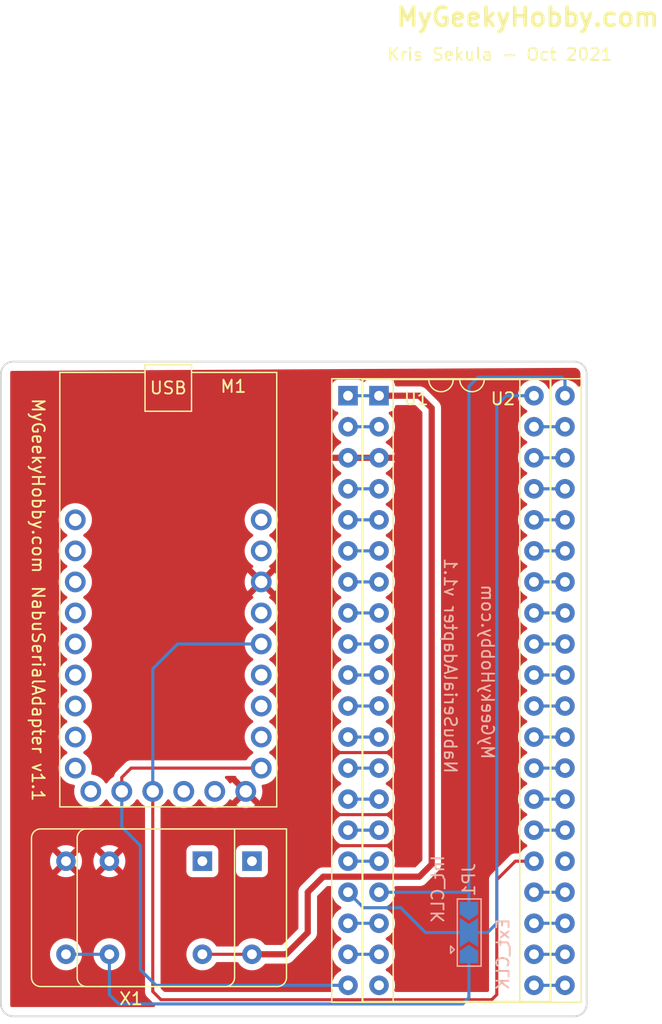
<source format=kicad_pcb>
(kicad_pcb (version 20211014) (generator pcbnew)
  (layers (0 "F.Cu" signal) (31 "B.Cu" signal) (34 "B.Paste" user) (35 "F.Paste" user) (36 "B.SilkS" user "B.Silkscreen") (37 "F.SilkS" user "F.Silkscreen") (38 "B.Mask" user) (39 "F.Mask" user) (44 "Edge.Cuts" user))
  (net 0 "")
  (net 1 "GND")
  (net 2 "/VCC")
  (net 21 "/2")
  (net 22 "/4")
  (net 23 "/5")
  (net 24 "/6")
  (net 25 "/7")
  (net 26 "/8")
  (net 27 "/9")
  (net 28 "/10")
  (net 29 "/11")
  (net 30 "/12")
  (net 31 "/13")
  (net 32 "/14")
  (net 33 "/15")
  (net 34 "/16")
  (net 35 "/EXT_CLK")
  (net 36 "/18")
  (net 37 "/19")
  (net 38 "/21")
  (net 39 "/22")
  (net 40 "/23")
  (net 41 "/24")
  (net 42 "/26")
  (net 43 "/27")
  (net 44 "/28")
  (net 45 "/29")
  (net 46 "/30")
  (net 47 "/31")
  (net 48 "/32")
  (net 51 "/33")
  (net 52 "/RXD")
  (net 53 "/TXD")
  (net 54 "/34")
  (net 55 "/35")
  (net 56 "/36")
  (net 57 "/37")
  (net 58 "/38")
  (net 59 "/39")
  (net 60 "/CLK")
  (net 61 "/INT_CLK")
  (footprint "mgh-footprint-lib:FTDI232_Full" (layer "F.Cu") (at 122.936 70.866)
    (fp_text reference "M1" (at 12.954 -10.922) (layer "F.SilkS"))
    (fp_text value "FTDI232")
    (fp_text user "USB" (at 7.62 -10.795) (layer "F.SilkS"))
    (fp_line (start 9.525 -12.065) (end 16.51 -12.065) (layer "F.SilkS") (width 0.12))
    (fp_line (start 5.715 -8.89) (end 5.715 -12.7) (layer "F.SilkS") (width 0.12))
    (fp_line (start 5.715 -12.7) (end 9.525 -12.7) (layer "F.SilkS") (width 0.12))
    (fp_line (start 9.525 -8.89) (end 7.62 -8.89) (layer "F.SilkS") (width 0.12))
    (fp_line (start 7.62 -8.89) (end 5.715 -8.89) (layer "F.SilkS") (width 0.12))
    (fp_line (start -1.27 23.495) (end -1.27 -12.065) (layer "F.SilkS") (width 0.12))
    (fp_line (start -1.27 -12.065) (end 5.715 -12.065) (layer "F.SilkS") (width 0.12))
    (fp_line (start -1.27 23.495) (end 16.51 23.495) (layer "F.SilkS") (width 0.12))
    (fp_line (start 16.51 23.495) (end 16.51 -12.065) (layer "F.SilkS") (width 0.12))
    (fp_line (start 9.525 -12.7) (end 9.525 -8.89) (layer "F.SilkS") (width 0.12))
    (pad "1" thru_hole circle locked (at 0 0) (size 1.7018 1.7018) (drill 1.016) (layers *.Cu *.Mask))
    (pad "2" thru_hole circle locked (at 0 2.54) (size 1.7018 1.7018) (drill 1.016) (layers *.Cu *.Mask))
    (pad "3" thru_hole circle locked (at 0 5.08) (size 1.7018 1.7018) (drill 1.016) (layers *.Cu *.Mask))
    (pad "4" thru_hole circle locked (at 0 7.62) (size 1.7018 1.7018) (drill 1.016) (layers *.Cu *.Mask))
    (pad "5" thru_hole circle locked (at 0 10.16) (size 1.7018 1.7018) (drill 1.016) (layers *.Cu *.Mask))
    (pad "6" thru_hole circle locked (at 0 12.7) (size 1.7018 1.7018) (drill 1.016) (layers *.Cu *.Mask))
    (pad "7" thru_hole circle locked (at 0 15.24) (size 1.7018 1.7018) (drill 1.016) (layers *.Cu *.Mask))
    (pad "8" thru_hole circle locked (at 0 17.78) (size 1.7018 1.7018) (drill 1.016) (layers *.Cu *.Mask))
    (pad "9" thru_hole circle locked (at 0 20.32) (size 1.7018 1.7018) (drill 1.016) (layers *.Cu *.Mask))
    (pad "10" thru_hole circle locked (at 1.27 22.225) (size 1.7018 1.7018) (drill 1.016) (layers *.Cu *.Mask))
    (pad "11" thru_hole circle locked (at 3.81 22.225) (size 1.7018 1.7018) (drill 1.016) (layers *.Cu *.Mask) (net 53 "/TXD"))
    (pad "12" thru_hole circle locked (at 6.35 22.225) (size 1.7018 1.7018) (drill 1.016) (layers *.Cu *.Mask) (net 52 "/RXD"))
    (pad "13" thru_hole circle locked (at 8.89 22.225) (size 1.7018 1.7018) (drill 1.016) (layers *.Cu *.Mask))
    (pad "14" thru_hole circle locked (at 11.43 22.225) (size 1.7018 1.7018) (drill 1.016) (layers *.Cu *.Mask))
    (pad "15" thru_hole circle locked (at 13.97 22.225) (size 1.7018 1.7018) (drill 1.016) (layers *.Cu *.Mask) (net 1 "GND"))
    (pad "16" thru_hole circle locked (at 15.24 20.32) (size 1.7018 1.7018) (drill 1.016) (layers *.Cu *.Mask) (net 53 "/TXD"))
    (pad "17" thru_hole circle locked (at 15.24 17.78) (size 1.7018 1.7018) (drill 1.016) (layers *.Cu *.Mask))
    (pad "18" thru_hole circle locked (at 15.24 15.24) (size 1.7018 1.7018) (drill 1.016) (layers *.Cu *.Mask))
    (pad "19" thru_hole circle locked (at 15.24 12.7) (size 1.7018 1.7018) (drill 1.016) (layers *.Cu *.Mask))
    (pad "20" thru_hole circle locked (at 15.24 10.16) (size 1.7018 1.7018) (drill 1.016) (layers *.Cu *.Mask) (net 52 "/RXD"))
    (pad "21" thru_hole circle locked (at 15.24 7.62) (size 1.7018 1.7018) (drill 1.016) (layers *.Cu *.Mask))
    (pad "22" thru_hole circle locked (at 15.24 5.08) (size 1.7018 1.7018) (drill 1.016) (layers *.Cu *.Mask) (net 1 "GND"))
    (pad "23" thru_hole circle locked (at 15.24 2.54) (size 1.7018 1.7018) (drill 1.016) (layers *.Cu *.Mask))
    (pad "24" thru_hole circle locked (at 15.24 0) (size 1.7018 1.7018) (drill 1.016) (layers *.Cu *.Mask))
  )
  (footprint "Package_DIP:DIP-40_W15.24mm_Socket" (layer "F.Cu") (at 147.828 60.706)
    (fp_text reference "U2" (at 10.16 0.254) (layer "F.SilkS"))
    (fp_text value "TR1863P_Nabu")
    (fp_line (start 14.08 49.59) (end 14.08 -1.33) (layer "F.SilkS") (width 0.12))
    (fp_line (start -1.33 -1.39) (end -1.33 49.65) (layer "F.SilkS") (width 0.12))
    (fp_line (start 16.57 -1.39) (end -1.33 -1.39) (layer "F.SilkS") (width 0.12))
    (fp_line (start 1.16 -1.33) (end 1.16 49.59) (layer "F.SilkS") (width 0.12))
    (fp_line (start 6.62 -1.33) (end 1.16 -1.33) (layer "F.SilkS") (width 0.12))
    (fp_line (start -1.33 49.65) (end 16.57 49.65) (layer "F.SilkS") (width 0.12))
    (fp_line (start 1.16 49.59) (end 14.08 49.59) (layer "F.SilkS") (width 0.12))
    (fp_line (start 14.08 -1.33) (end 8.62 -1.33) (layer "F.SilkS") (width 0.12))
    (fp_line (start 16.57 49.65) (end 16.57 -1.39) (layer "F.SilkS") (width 0.12))
    (fp_arc (start 8.62 -1.33) (mid 7.62 -0.33) (end 6.62 -1.33) (layer "F.SilkS") (width 0.12))
    (pad "1" thru_hole rect (at 0 0) (size 1.6 1.6) (drill 0.8) (layers *.Cu *.Mask) (net 2 "/VCC"))
    (pad "2" thru_hole oval (at 0 2.54) (size 1.6 1.6) (drill 0.8) (layers *.Cu *.Mask) (net 21 "/2"))
    (pad "3" thru_hole oval (at 0 5.08) (size 1.6 1.6) (drill 0.8) (layers *.Cu *.Mask) (net 1 "GND"))
    (pad "4" thru_hole oval (at 0 7.62) (size 1.6 1.6) (drill 0.8) (layers *.Cu *.Mask) (net 22 "/4"))
    (pad "5" thru_hole oval (at 0 10.16) (size 1.6 1.6) (drill 0.8) (layers *.Cu *.Mask) (net 23 "/5"))
    (pad "6" thru_hole oval (at 0 12.7) (size 1.6 1.6) (drill 0.8) (layers *.Cu *.Mask) (net 24 "/6"))
    (pad "7" thru_hole oval (at 0 15.24) (size 1.6 1.6) (drill 0.8) (layers *.Cu *.Mask) (net 25 "/7"))
    (pad "8" thru_hole oval (at 0 17.78) (size 1.6 1.6) (drill 0.8) (layers *.Cu *.Mask) (net 26 "/8"))
    (pad "9" thru_hole oval (at 0 20.32) (size 1.6 1.6) (drill 0.8) (layers *.Cu *.Mask) (net 27 "/9"))
    (pad "10" thru_hole oval (at 0 22.86) (size 1.6 1.6) (drill 0.8) (layers *.Cu *.Mask) (net 28 "/10"))
    (pad "11" thru_hole oval (at 0 25.4) (size 1.6 1.6) (drill 0.8) (layers *.Cu *.Mask) (net 29 "/11"))
    (pad "12" thru_hole oval (at 0 27.94) (size 1.6 1.6) (drill 0.8) (layers *.Cu *.Mask) (net 30 "/12"))
    (pad "13" thru_hole oval (at 0 30.48) (size 1.6 1.6) (drill 0.8) (layers *.Cu *.Mask) (net 31 "/13"))
    (pad "14" thru_hole oval (at 0 33.02) (size 1.6 1.6) (drill 0.8) (layers *.Cu *.Mask) (net 32 "/14"))
    (pad "15" thru_hole oval (at 0 35.56) (size 1.6 1.6) (drill 0.8) (layers *.Cu *.Mask) (net 33 "/15"))
    (pad "16" thru_hole oval (at 0 38.1) (size 1.6 1.6) (drill 0.8) (layers *.Cu *.Mask) (net 34 "/16"))
    (pad "17" thru_hole oval (at 0 40.64) (size 1.6 1.6) (drill 0.8) (layers *.Cu *.Mask) (net 61 "/INT_CLK"))
    (pad "18" thru_hole oval (at 0 43.18) (size 1.6 1.6) (drill 0.8) (layers *.Cu *.Mask) (net 36 "/18"))
    (pad "19" thru_hole oval (at 0 45.72) (size 1.6 1.6) (drill 0.8) (layers *.Cu *.Mask) (net 37 "/19"))
    (pad "20" thru_hole oval (at 0 48.26) (size 1.6 1.6) (drill 0.8) (layers *.Cu *.Mask))
    (pad "21" thru_hole oval (at 15.24 48.26) (size 1.6 1.6) (drill 0.8) (layers *.Cu *.Mask) (net 38 "/21"))
    (pad "22" thru_hole oval (at 15.24 45.72) (size 1.6 1.6) (drill 0.8) (layers *.Cu *.Mask) (net 39 "/22"))
    (pad "23" thru_hole oval (at 15.24 43.18) (size 1.6 1.6) (drill 0.8) (layers *.Cu *.Mask) (net 40 "/23"))
    (pad "24" thru_hole oval (at 15.24 40.64) (size 1.6 1.6) (drill 0.8) (layers *.Cu *.Mask) (net 41 "/24"))
    (pad "25" thru_hole oval (at 15.24 38.1) (size 1.6 1.6) (drill 0.8) (layers *.Cu *.Mask))
    (pad "26" thru_hole oval (at 15.24 35.56) (size 1.6 1.6) (drill 0.8) (layers *.Cu *.Mask) (net 42 "/26"))
    (pad "27" thru_hole oval (at 15.24 33.02) (size 1.6 1.6) (drill 0.8) (layers *.Cu *.Mask) (net 43 "/27"))
    (pad "28" thru_hole oval (at 15.24 30.48) (size 1.6 1.6) (drill 0.8) (layers *.Cu *.Mask) (net 44 "/28"))
    (pad "29" thru_hole oval (at 15.24 27.94) (size 1.6 1.6) (drill 0.8) (layers *.Cu *.Mask) (net 45 "/29"))
    (pad "30" thru_hole oval (at 15.24 25.4) (size 1.6 1.6) (drill 0.8) (layers *.Cu *.Mask) (net 46 "/30"))
    (pad "31" thru_hole oval (at 15.24 22.86) (size 1.6 1.6) (drill 0.8) (layers *.Cu *.Mask) (net 47 "/31"))
    (pad "32" thru_hole oval (at 15.24 20.32) (size 1.6 1.6) (drill 0.8) (layers *.Cu *.Mask) (net 48 "/32"))
    (pad "33" thru_hole oval (at 15.24 17.78) (size 1.6 1.6) (drill 0.8) (layers *.Cu *.Mask) (net 51 "/33"))
    (pad "34" thru_hole oval (at 15.24 15.24) (size 1.6 1.6) (drill 0.8) (layers *.Cu *.Mask) (net 54 "/34"))
    (pad "35" thru_hole oval (at 15.24 12.7) (size 1.6 1.6) (drill 0.8) (layers *.Cu *.Mask) (net 55 "/35"))
    (pad "36" thru_hole oval (at 15.24 10.16) (size 1.6 1.6) (drill 0.8) (layers *.Cu *.Mask) (net 56 "/36"))
    (pad "37" thru_hole oval (at 15.24 7.62) (size 1.6 1.6) (drill 0.8) (layers *.Cu *.Mask) (net 57 "/37"))
    (pad "38" thru_hole oval (at 15.24 5.08) (size 1.6 1.6) (drill 0.8) (layers *.Cu *.Mask) (net 58 "/38"))
    (pad "39" thru_hole oval (at 15.24 2.54) (size 1.6 1.6) (drill 0.8) (layers *.Cu *.Mask) (net 59 "/39"))
    (pad "40" thru_hole oval (at 15.24 0) (size 1.6 1.6) (drill 0.8) (layers *.Cu *.Mask) (net 61 "/INT_CLK"))
  )
  (footprint "Oscillator:Oscillator_DIP-14" (layer "F.Cu") (at 137.414 98.806 180)
    (fp_text reference "X2" hide)
    (fp_text value "1.8432MHz")
    (fp_line (start 17.32 -10.26) (end -2.08 -10.26) (layer "F.SilkS") (width 0.12))
    (fp_line (start -2.83 -9.51) (end -2.83 2.64) (layer "F.SilkS") (width 0.12))
    (fp_line (start -2.83 2.64) (end 17.32 2.64) (layer "F.SilkS") (width 0.12))
    (fp_line (start 18.07 1.89) (end 18.07 -9.51) (layer "F.SilkS") (width 0.12))
    (fp_arc (start 18.07 1.89) (mid 17.85033 2.42033) (end 17.32 2.64) (layer "F.SilkS") (width 0.12))
    (fp_arc (start 17.32 -10.26) (mid 17.85033 -10.04033) (end 18.07 -9.51) (layer "F.SilkS") (width 0.12))
    (fp_arc (start -2.83 -9.51) (mid -2.61033 -10.04033) (end -2.08 -10.26) (layer "F.SilkS") (width 0.12))
    (pad "1" thru_hole rect (at 0 0 180) (size 1.6 1.6) (drill 0.8) (layers *.Cu *.Mask))
    (pad "7" thru_hole circle (at 15.24 0 180) (size 1.6 1.6) (drill 0.8) (layers *.Cu *.Mask) (net 1 "GND"))
    (pad "8" thru_hole circle (at 15.24 -7.62 180) (size 1.6 1.6) (drill 0.8) (layers *.Cu *.Mask) (net 35 "/EXT_CLK"))
    (pad "14" thru_hole circle (at 0 -7.62 180) (size 1.6 1.6) (drill 0.8) (layers *.Cu *.Mask) (net 2 "/VCC"))
  )
  (footprint "Oscillator:Oscillator_DIP-8" (layer "F.Cu") (at 133.35 98.806 180)
    (fp_text reference "X1" (at 5.842 -11.26) (layer "F.SilkS"))
    (fp_text value "1.8432MHz")
    (fp_line (start 9.51 -10.26) (end -1.89 -10.26) (layer "F.SilkS") (width 0.12))
    (fp_line (start 10.26 1.89) (end 10.26 -9.51) (layer "F.SilkS") (width 0.12))
    (fp_line (start -2.64 -9.51) (end -2.64 2.64) (layer "F.SilkS") (width 0.12))
    (fp_line (start -2.64 2.64) (end 9.51 2.64) (layer "F.SilkS") (width 0.12))
    (fp_arc (start -2.64 -9.51) (mid -2.42033 -10.04033) (end -1.89 -10.26) (layer "F.SilkS") (width 0.12))
    (fp_arc (start 10.26 1.89) (mid 10.04033 2.42033) (end 9.51 2.64) (layer "F.SilkS") (width 0.12))
    (fp_arc (start 9.51 -10.26) (mid 10.04033 -10.04033) (end 10.26 -9.51) (layer "F.SilkS") (width 0.12))
    (pad "1" thru_hole rect (at 0 0 180) (size 1.6 1.6) (drill 0.8) (layers *.Cu *.Mask))
    (pad "4" thru_hole circle (at 7.62 0 180) (size 1.6 1.6) (drill 0.8) (layers *.Cu *.Mask) (net 1 "GND"))
    (pad "5" thru_hole circle (at 7.62 -7.62 180) (size 1.6 1.6) (drill 0.8) (layers *.Cu *.Mask) (net 35 "/EXT_CLK"))
    (pad "8" thru_hole circle (at 0 -7.62 180) (size 1.6 1.6) (drill 0.8) (layers *.Cu *.Mask) (net 2 "/VCC"))
  )
  (footprint "Package_DIP:DIP-40_W15.24mm_Socket" (layer "F.Cu") (at 145.288 60.706)
    (fp_text reference "U1" (at 5.588 0.254) (layer "F.SilkS"))
    (fp_text value "TR1863P_Chip")
    (fp_line (start 14.08 49.59) (end 14.08 -1.33) (layer "F.SilkS") (width 0.12))
    (fp_line (start 1.16 49.59) (end 14.08 49.59) (layer "F.SilkS") (width 0.12))
    (fp_line (start -1.33 -1.39) (end -1.33 49.65) (layer "F.SilkS") (width 0.12))
    (fp_line (start 16.57 49.65) (end 16.57 -1.39) (layer "F.SilkS") (width 0.12))
    (fp_line (start 16.57 -1.39) (end -1.33 -1.39) (layer "F.SilkS") (width 0.12))
    (fp_line (start 1.16 -1.33) (end 1.16 49.59) (layer "F.SilkS") (width 0.12))
    (fp_line (start 14.08 -1.33) (end 8.62 -1.33) (layer "F.SilkS") (width 0.12))
    (fp_line (start -1.33 49.65) (end 16.57 49.65) (layer "F.SilkS") (width 0.12))
    (fp_line (start 6.62 -1.33) (end 1.16 -1.33) (layer "F.SilkS") (width 0.12))
    (fp_arc (start 8.62 -1.33) (mid 7.62 -0.33) (end 6.62 -1.33) (layer "F.SilkS") (width 0.12))
    (pad "1" thru_hole rect (at 0 0) (size 1.6 1.6) (drill 0.8) (layers *.Cu *.Mask) (net 2 "/VCC"))
    (pad "2" thru_hole oval (at 0 2.54) (size 1.6 1.6) (drill 0.8) (layers *.Cu *.Mask) (net 21 "/2"))
    (pad "3" thru_hole oval (at 0 5.08) (size 1.6 1.6) (drill 0.8) (layers *.Cu *.Mask) (net 1 "GND"))
    (pad "4" thru_hole oval (at 0 7.62) (size 1.6 1.6) (drill 0.8) (layers *.Cu *.Mask) (net 22 "/4"))
    (pad "5" thru_hole oval (at 0 10.16) (size 1.6 1.6) (drill 0.8) (layers *.Cu *.Mask) (net 23 "/5"))
    (pad "6" thru_hole oval (at 0 12.7) (size 1.6 1.6) (drill 0.8) (layers *.Cu *.Mask) (net 24 "/6"))
    (pad "7" thru_hole oval (at 0 15.24) (size 1.6 1.6) (drill 0.8) (layers *.Cu *.Mask) (net 25 "/7"))
    (pad "8" thru_hole oval (at 0 17.78) (size 1.6 1.6) (drill 0.8) (layers *.Cu *.Mask) (net 26 "/8"))
    (pad "9" thru_hole oval (at 0 20.32) (size 1.6 1.6) (drill 0.8) (layers *.Cu *.Mask) (net 27 "/9"))
    (pad "10" thru_hole oval (at 0 22.86) (size 1.6 1.6) (drill 0.8) (layers *.Cu *.Mask) (net 28 "/10"))
    (pad "11" thru_hole oval (at 0 25.4) (size 1.6 1.6) (drill 0.8) (layers *.Cu *.Mask) (net 29 "/11"))
    (pad "12" thru_hole oval (at 0 27.94) (size 1.6 1.6) (drill 0.8) (layers *.Cu *.Mask) (net 30 "/12"))
    (pad "13" thru_hole oval (at 0 30.48) (size 1.6 1.6) (drill 0.8) (layers *.Cu *.Mask) (net 31 "/13"))
    (pad "14" thru_hole oval (at 0 33.02) (size 1.6 1.6) (drill 0.8) (layers *.Cu *.Mask) (net 32 "/14"))
    (pad "15" thru_hole oval (at 0 35.56) (size 1.6 1.6) (drill 0.8) (layers *.Cu *.Mask) (net 33 "/15"))
    (pad "16" thru_hole oval (at 0 38.1) (size 1.6 1.6) (drill 0.8) (layers *.Cu *.Mask) (net 34 "/16"))
    (pad "17" thru_hole oval (at 0 40.64) (size 1.6 1.6) (drill 0.8) (layers *.Cu *.Mask) (net 60 "/CLK"))
    (pad "18" thru_hole oval (at 0 43.18) (size 1.6 1.6) (drill 0.8) (layers *.Cu *.Mask) (net 36 "/18"))
    (pad "19" thru_hole oval (at 0 45.72) (size 1.6 1.6) (drill 0.8) (layers *.Cu *.Mask) (net 37 "/19"))
    (pad "20" thru_hole oval (at 0 48.26) (size 1.6 1.6) (drill 0.8) (layers *.Cu *.Mask) (net 53 "/TXD"))
    (pad "21" thru_hole oval (at 15.24 48.26) (size 1.6 1.6) (drill 0.8) (layers *.Cu *.Mask) (net 38 "/21"))
    (pad "22" thru_hole oval (at 15.24 45.72) (size 1.6 1.6) (drill 0.8) (layers *.Cu *.Mask) (net 39 "/22"))
    (pad "23" thru_hole oval (at 15.24 43.18) (size 1.6 1.6) (drill 0.8) (layers *.Cu *.Mask) (net 40 "/23"))
    (pad "24" thru_hole oval (at 15.24 40.64) (size 1.6 1.6) (drill 0.8) (layers *.Cu *.Mask) (net 41 "/24"))
    (pad "25" thru_hole oval (at 15.24 38.1) (size 1.6 1.6) (drill 0.8) (layers *.Cu *.Mask) (net 52 "/RXD"))
    (pad "26" thru_hole oval (at 15.24 35.56) (size 1.6 1.6) (drill 0.8) (layers *.Cu *.Mask) (net 42 "/26"))
    (pad "27" thru_hole oval (at 15.24 33.02) (size 1.6 1.6) (drill 0.8) (layers *.Cu *.Mask) (net 43 "/27"))
    (pad "28" thru_hole oval (at 15.24 30.48) (size 1.6 1.6) (drill 0.8) (layers *.Cu *.Mask) (net 44 "/28"))
    (pad "29" thru_hole oval (at 15.24 27.94) (size 1.6 1.6) (drill 0.8) (layers *.Cu *.Mask) (net 45 "/29"))
    (pad "30" thru_hole oval (at 15.24 25.4) (size 1.6 1.6) (drill 0.8) (layers *.Cu *.Mask) (net 46 "/30"))
    (pad "31" thru_hole oval (at 15.24 22.86) (size 1.6 1.6) (drill 0.8) (layers *.Cu *.Mask) (net 47 "/31"))
    (pad "32" thru_hole oval (at 15.24 20.32) (size 1.6 1.6) (drill 0.8) (layers *.Cu *.Mask) (net 48 "/32"))
    (pad "33" thru_hole oval (at 15.24 17.78) (size 1.6 1.6) (drill 0.8) (layers *.Cu *.Mask) (net 51 "/33"))
    (pad "34" thru_hole oval (at 15.24 15.24) (size 1.6 1.6) (drill 0.8) (layers *.Cu *.Mask) (net 54 "/34"))
    (pad "35" thru_hole oval (at 15.24 12.7) (size 1.6 1.6) (drill 0.8) (layers *.Cu *.Mask) (net 55 "/35"))
    (pad "36" thru_hole oval (at 15.24 10.16) (size 1.6 1.6) (drill 0.8) (layers *.Cu *.Mask) (net 56 "/36"))
    (pad "37" thru_hole oval (at 15.24 7.62) (size 1.6 1.6) (drill 0.8) (layers *.Cu *.Mask) (net 57 "/37"))
    (pad "38" thru_hole oval (at 15.24 5.08) (size 1.6 1.6) (drill 0.8) (layers *.Cu *.Mask) (net 58 "/38"))
    (pad "39" thru_hole oval (at 15.24 2.54) (size 1.6 1.6) (drill 0.8) (layers *.Cu *.Mask) (net 59 "/39"))
    (pad "40" thru_hole oval (at 15.24 0) (size 1.6 1.6) (drill 0.8) (layers *.Cu *.Mask) (net 60 "/CLK"))
  )
  (footprint "Jumper:SolderJumper-3_P2.0mm_Open_TrianglePad1.0x1.5mm" (layer "B.Cu") (at 155.194 104.648 90)
    (fp_text reference "JP1" (at 4.318 0 90) (layer "B.SilkS") (effects (justify mirror)))
    (fp_text value "CLK Selector")
    (fp_line (start -2.75 1) (end 2.75 1) (layer "B.SilkS") (width 0.12))
    (fp_line (start -1.1 -1.5) (end -1.4 -1.2) (layer "B.SilkS") (width 0.12))
    (fp_line (start 2.75 1) (end 2.75 -0.95) (layer "B.SilkS") (width 0.12))
    (fp_line (start -1.7 -1.5) (end -1.1 -1.5) (layer "B.SilkS") (width 0.12))
    (fp_line (start -2.75 -0.95) (end -2.75 1) (layer "B.SilkS") (width 0.12))
    (fp_line (start -1.4 -1.2) (end -1.7 -1.5) (layer "B.SilkS") (width 0.12))
    (fp_line (start 2.75 -0.95) (end -2.75 -0.95) (layer "B.SilkS") (width 0.12))
    (pad "1" smd custom (at -2 0 90) (size 0.3 0.3) (layers "B.Cu" "B.Mask") (net 35 "/EXT_CLK") (options (clearance outline) (anchor rect)) (primitives (gr_poly (pts (xy 1 0) (xy 0.5 -0.75) (xy -0.5 -0.75) (xy -0.5 0.75) (xy 0.5 0.75)) (width 0) (fill yes))))
    (pad "2" smd custom (at 0 0 90) (size 0.3 0.3) (layers "B.Cu") (net 60 "/CLK") (options (clearance outline) (anchor rect)) (primitives (gr_poly (pts (xy 0.7 0) (xy 1.2 -0.75) (xy -1.2 -0.75) (xy -0.7 0) (xy -1.2 0.75) (xy 1.2 0.75)) (width 0) (fill yes))))
    (pad "3" smd custom (at 2 0 270) (size 0.3 0.3) (layers "B.Cu" "B.Mask") (net 61 "/INT_CLK") (options (clearance outline) (anchor rect)) (primitives (gr_poly (pts (xy 1 0) (xy 0.5 -0.75) (xy -0.5 -0.75) (xy -0.5 0.75) (xy 0.5 0.75)) (width 0) (fill yes))))
  )
  (gr_line (start 116.84 110.49) (end 116.84 58.928) (layer "Edge.Cuts") (width 0.15))
  (gr_line (start 117.856 57.912) (end 163.83 57.912) (layer "Edge.Cuts") (width 0.15))
  (gr_arc (start 117.856 111.506) (mid 117.13758 111.20842) (end 116.84 110.49) (layer "Edge.Cuts") (width 0.15))
  (gr_line (start 163.83 111.506) (end 117.856 111.506) (layer "Edge.Cuts") (width 0.15))
  (gr_arc (start 163.83 57.912) (mid 164.54842 58.20958) (end 164.846 58.928) (layer "Edge.Cuts") (width 0.15))
  (gr_line (start 164.846 110.49) (end 164.846 58.928) (layer "Edge.Cuts") (width 0.15))
  (gr_arc (start 164.846 110.49) (mid 164.54842 111.20842) (end 163.83 111.506) (layer "Edge.Cuts") (width 0.15))
  (gr_arc (start 116.84 58.928) (mid 117.13758 58.20958) (end 117.856 57.912) (layer "Edge.Cuts") (width 0.15))
  (gr_text "NabuSerialAdapter v1.1" (at 153.67 82.804 270) (layer "B.SilkS") (effects (font (size 1 1)) (justify mirror)))
  (gr_text "Ext_CLK" (at 157.988 106.426 90) (layer "B.SilkS") (effects (font (size 1 1)) (justify mirror)))
  (gr_text "MyGeekyHobby.com" (at 156.718 83.312 270) (layer "B.SilkS") (effects (font (size 1 1)) (justify mirror)))
  (gr_text "Int_CLK" (at 152.654 101.092 90) (layer "B.SilkS") (effects (font (size 1 1)) (justify mirror)))
  (gr_text "Kris Sekula - Oct 2021" (at 157.734 32.766) (layer "F.SilkS") (effects (font (size 1 1))))
  (gr_text "NabuSerialAdapter v1.1" (at 119.888 85.09 270) (layer "F.SilkS") (effects (font (size 1 1))))
  (gr_text "MyGeekyHobby.com" (at 119.888 68.072 270) (layer "F.SilkS") (effects (font (size 1 1))))
  (gr_text "MyGeekyHobby.com" (at 160.02 29.718) (layer "F.SilkS") (effects (font (size 1.5 1.5) (thickness 0.3))))
  (segment (start 144.526 89.916) (end 148.844 89.916) (width 0.254) (layer "F.Cu") (net 1))
  (segment (start 144.272 97.536) (end 148.59 97.536) (width 0.254) (layer "F.Cu") (net 1))
  (segment (start 148.844 94.996) (end 148.833079 95.006921) (width 0.254) (layer "F.Cu") (net 1))
  (segment (start 144.272 94.996) (end 148.844 94.996) (width 0.254) (layer "F.Cu") (net 1))
  (segment (start 145.288 65.786) (end 147.828 65.786) (width 0.254) (layer "B.Cu") (net 1))
  (segment (start 152.146 99.06) (end 152.146 61.722) (width 0.508) (layer "F.Cu") (net 2))
  (segment (start 143.256 100.076) (end 151.13 100.076) (width 0.508) (layer "F.Cu") (net 2))
  (segment (start 140.208 106.426) (end 141.986 104.648) (width 0.508) (layer "F.Cu") (net 2))
  (segment (start 141.986 101.346) (end 143.256 100.076) (width 0.508) (layer "F.Cu") (net 2))
  (segment (start 133.35 106.426) (end 137.414 106.426) (width 0.254) (layer "F.Cu") (net 2))
  (segment (start 137.414 106.426) (end 140.208 106.426) (width 0.508) (layer "F.Cu") (net 2))
  (segment (start 151.13 100.076) (end 152.146 99.06) (width 0.508) (layer "F.Cu") (net 2))
  (segment (start 141.986 104.648) (end 141.986 101.346) (width 0.508) (layer "F.Cu") (net 2))
  (segment (start 152.146 61.722) (end 151.13 60.706) (width 0.508) (layer "F.Cu") (net 2))
  (segment (start 151.13 60.706) (end 147.828 60.706) (width 0.508) (layer "F.Cu") (net 2))
  (segment (start 147.828 60.706) (end 145.288 60.706) (width 0.254) (layer "B.Cu") (net 2))
  (segment (start 147.828 63.246) (end 145.288 63.246) (width 0.254) (layer "B.Cu") (net 21))
  (segment (start 147.828 68.326) (end 145.288 68.326) (width 0.254) (layer "B.Cu") (net 22))
  (segment (start 145.288 70.866) (end 147.828 70.866) (width 0.254) (layer "B.Cu") (net 23))
  (segment (start 147.828 73.406) (end 145.288 73.406) (width 0.254) (layer "B.Cu") (net 24))
  (segment (start 145.288 75.946) (end 147.828 75.946) (width 0.254) (layer "B.Cu") (net 25))
  (segment (start 147.828 78.486) (end 145.288 78.486) (width 0.254) (layer "B.Cu") (net 26))
  (segment (start 145.288 81.026) (end 147.828 81.026) (width 0.254) (layer "B.Cu") (net 27))
  (segment (start 147.828 83.566) (end 145.288 83.566) (width 0.254) (layer "B.Cu") (net 28))
  (segment (start 145.288 86.106) (end 147.828 86.106) (width 0.254) (layer "B.Cu") (net 29))
  (segment (start 147.828 88.646) (end 145.288 88.646) (width 0.254) (layer "B.Cu") (net 30))
  (segment (start 145.288 91.186) (end 147.828 91.186) (width 0.254) (layer "B.Cu") (net 31))
  (segment (start 147.828 93.726) (end 145.288 93.726) (width 0.254) (layer "B.Cu") (net 32))
  (segment (start 145.288 96.266) (end 147.828 96.266) (width 0.254) (layer "B.Cu") (net 33))
  (segment (start 147.828 98.806) (end 145.288 98.806) (width 0.254) (layer "B.Cu") (net 34))
  (segment (start 126.492 110.49) (end 125.73 109.728) (width 0.254) (layer "B.Cu") (net 35))
  (segment (start 122.174 106.426) (end 125.73 106.426) (width 0.254) (layer "B.Cu") (net 35))
  (segment (start 125.73 109.728) (end 125.73 106.426) (width 0.254) (layer "B.Cu") (net 35))
  (segment (start 155.194 106.648) (end 155.194 109.982) (width 0.254) (layer "B.Cu") (net 35))
  (segment (start 154.686 110.49) (end 126.492 110.49) (width 0.254) (layer "B.Cu") (net 35))
  (segment (start 155.194 109.982) (end 154.686 110.49) (width 0.254) (layer "B.Cu") (net 35))
  (segment (start 147.828 103.886) (end 145.288 103.886) (width 0.254) (layer "B.Cu") (net 36))
  (segment (start 145.288 106.426) (end 147.828 106.426) (width 0.254) (layer "B.Cu") (net 37))
  (segment (start 163.068 108.966) (end 160.528 108.966) (width 0.254) (layer "B.Cu") (net 38))
  (segment (start 160.528 106.426) (end 163.068 106.426) (width 0.254) (layer "B.Cu") (net 39))
  (segment (start 163.068 103.886) (end 160.528 103.886) (width 0.254) (layer "B.Cu") (net 40))
  (segment (start 160.528 101.346) (end 163.068 101.346) (width 0.254) (layer "B.Cu") (net 41))
  (segment (start 160.528 96.266) (end 163.068 96.266) (width 0.254) (layer "B.Cu") (net 42))
  (segment (start 160.528 93.726) (end 163.068 93.726) (width 0.254) (layer "B.Cu") (net 43))
  (segment (start 160.528 91.186) (end 163.068 91.186) (width 0.254) (layer "B.Cu") (net 44))
  (segment (start 160.528 88.646) (end 163.068 88.646) (width 0.254) (layer "B.Cu") (net 45))
  (segment (start 160.528 86.106) (end 163.068 86.106) (width 0.254) (layer "B.Cu") (net 46))
  (segment (start 160.528 83.566) (end 163.068 83.566) (width 0.254) (layer "B.Cu") (net 47))
  (segment (start 160.528 81.026) (end 163.068 81.026) (width 0.254) (layer "B.Cu") (net 48))
  (segment (start 163.068 78.486) (end 160.528 78.486) (width 0.254) (layer "B.Cu") (net 51))
  (segment (start 159.004 98.806) (end 157.48 100.33) (width 0.254) (layer "F.Cu") (net 52))
  (segment (start 157.061 110.147) (end 129.959 110.147) (width 0.254) (layer "F.Cu") (net 52))
  (segment (start 129.959 110.147) (end 129.286 109.474) (width 0.254) (layer "F.Cu") (net 52))
  (segment (start 157.48 100.33) (end 157.48 109.728) (width 0.254) (layer "F.Cu") (net 52))
  (segment (start 160.528 98.806) (end 159.004 98.806) (width 0.254) (layer "F.Cu") (net 52))
  (segment (start 157.48 109.728) (end 157.061 110.147) (width 0.254) (layer "F.Cu") (net 52))
  (segment (start 129.286 109.474) (end 129.286 93.091) (width 0.254) (layer "F.Cu") (net 52))
  (segment (start 129.286 93.091) (end 129.286 83.058) (width 0.254) (layer "B.Cu") (net 52))
  (segment (start 131.318 81.026) (end 138.176 81.026) (width 0.254) (layer "B.Cu") (net 52))
  (segment (start 129.286 83.058) (end 131.318 81.026) (width 0.254) (layer "B.Cu") (net 52))
  (segment (start 138.176 91.186) (end 127.508 91.186) (width 0.254) (layer "F.Cu") (net 53))
  (segment (start 127.508 91.186) (end 126.746 91.948) (width 0.254) (layer "F.Cu") (net 53))
  (segment (start 126.746 91.948) (end 126.746 93.091) (width 0.254) (layer "F.Cu") (net 53))
  (segment (start 126.746 96.012) (end 128.27 97.536) (width 0.254) (layer "B.Cu") (net 53))
  (segment (start 128.27 107.696) (end 129.54 108.966) (width 0.254) (layer "B.Cu") (net 53))
  (segment (start 129.54 108.966) (end 145.288 108.966) (width 0.254) (layer "B.Cu") (net 53))
  (segment (start 128.27 97.536) (end 128.27 107.696) (width 0.254) (layer "B.Cu") (net 53))
  (segment (start 126.746 93.091) (end 126.746 96.012) (width 0.254) (layer "B.Cu") (net 53))
  (segment (start 160.528 75.946) (end 163.068 75.946) (width 0.254) (layer "B.Cu") (net 54))
  (segment (start 160.528 73.406) (end 163.068 73.406) (width 0.254) (layer "B.Cu") (net 55))
  (segment (start 160.528 70.866) (end 163.068 70.866) (width 0.254) (layer "B.Cu") (net 56))
  (segment (start 160.528 68.326) (end 163.068 68.326) (width 0.254) (layer "B.Cu") (net 57))
  (segment (start 160.528 65.786) (end 163.068 65.786) (width 0.254) (layer "B.Cu") (net 58))
  (segment (start 163.068 63.246) (end 160.528 63.246) (width 0.254) (layer "B.Cu") (net 59))
  (segment (start 157.48 61.468) (end 158.242 60.706) (width 0.254) (layer "B.Cu") (net 60))
  (segment (start 155.194 104.648) (end 156.718 104.648) (width 0.254) (layer "B.Cu") (net 60))
  (segment (start 156.718 104.648) (end 157.48 103.886) (width 0.254) (layer "B.Cu") (net 60))
  (segment (start 157.48 103.886) (end 157.48 61.468) (width 0.254) (layer "B.Cu") (net 60))
  (segment (start 149.606 102.616) (end 146.558 102.616) (width 0.254) (layer "B.Cu") (net 60))
  (segment (start 146.558 102.616) (end 145.288 101.346) (width 0.254) (layer "B.Cu") (net 60))
  (segment (start 155.194 104.648) (end 151.638 104.648) (width 0.254) (layer "B.Cu") (net 60))
  (segment (start 151.638 104.648) (end 149.606 102.616) (width 0.254) (layer "B.Cu") (net 60))
  (segment (start 158.242 60.706) (end 160.528 60.706) (width 0.254) (layer "B.Cu") (net 60))
  (segment (start 155.194 59.944) (end 155.194 102.648) (width 0.254) (layer "B.Cu") (net 61))
  (segment (start 147.828 101.346) (end 155.194 101.346) (width 0.254) (layer "B.Cu") (net 61))
  (segment (start 163.068 59.436) (end 162.814 59.182) (width 0.254) (layer "B.Cu") (net 61))
  (segment (start 163.068 60.706) (end 163.068 59.436) (width 0.254) (layer "B.Cu") (net 61))
  (segment (start 155.194 102.362) (end 155.194 102.648) (width 0.254) (layer "B.Cu") (net 61))
  (segment (start 162.814 59.182) (end 155.956 59.182) (width 0.254) (layer "B.Cu") (net 61))
  (segment (start 155.956 59.182) (end 155.194 59.944) (width 0.254) (layer "B.Cu") (net 61))
  (zone (net 1) (net_name "GND") (layer "F.Cu") (connect_pads (clearance 0.508)) (min_thickness 0.254) (fill yes (thermal_gap 0.508) (thermal_bridge_width 0.508))
    (polygon (pts (xy 164.338 110.744) (xy 117.602 110.744) (xy 117.602 58.674) (xy 164.338 58.42)))
  )
)
</source>
